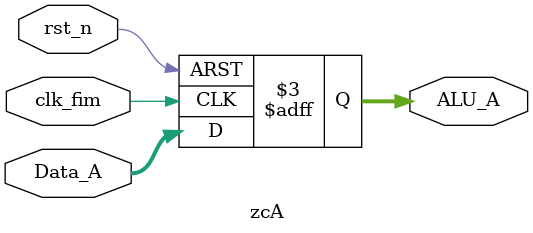
<source format=v>
`timescale 1ns / 1ps
module zcA(rst_n,Data_A,clk_fim,ALU_A);//AÔÝ´æÆ÷
   input rst_n;
   input [31:0]Data_A;
   input clk_fim;
   output reg [31:0]ALU_A;
   always@(negedge rst_n or posedge clk_fim)
   begin 
      if(!rst_n)
         ALU_A<=32'b0;
      else
         ALU_A<=Data_A;
   end
endmodule

</source>
